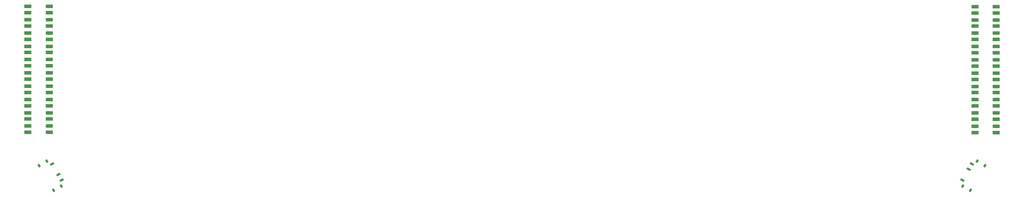
<source format=gtp>
G04 #@! TF.GenerationSoftware,KiCad,Pcbnew,7.0.6*
G04 #@! TF.CreationDate,2023-08-29T20:54:38+02:00*
G04 #@! TF.ProjectId,KoalaKeeb,4b6f616c-614b-4656-9562-2e6b69636164,rev?*
G04 #@! TF.SameCoordinates,Original*
G04 #@! TF.FileFunction,Paste,Top*
G04 #@! TF.FilePolarity,Positive*
%FSLAX46Y46*%
G04 Gerber Fmt 4.6, Leading zero omitted, Abs format (unit mm)*
G04 Created by KiCad (PCBNEW 7.0.6) date 2023-08-29 20:54:38*
%MOMM*%
%LPD*%
G01*
G04 APERTURE LIST*
G04 Aperture macros list*
%AMRoundRect*
0 Rectangle with rounded corners*
0 $1 Rounding radius*
0 $2 $3 $4 $5 $6 $7 $8 $9 X,Y pos of 4 corners*
0 Add a 4 corners polygon primitive as box body*
4,1,4,$2,$3,$4,$5,$6,$7,$8,$9,$2,$3,0*
0 Add four circle primitives for the rounded corners*
1,1,$1+$1,$2,$3*
1,1,$1+$1,$4,$5*
1,1,$1+$1,$6,$7*
1,1,$1+$1,$8,$9*
0 Add four rect primitives between the rounded corners*
20,1,$1+$1,$2,$3,$4,$5,0*
20,1,$1+$1,$4,$5,$6,$7,0*
20,1,$1+$1,$6,$7,$8,$9,0*
20,1,$1+$1,$8,$9,$2,$3,0*%
%AMRotRect*
0 Rectangle, with rotation*
0 The origin of the aperture is its center*
0 $1 length*
0 $2 width*
0 $3 Rotation angle, in degrees counterclockwise*
0 Add horizontal line*
21,1,$1,$2,0,0,$3*%
G04 Aperture macros list end*
%ADD10R,1.700000X0.820000*%
%ADD11RoundRect,0.205000X-0.645000X-0.205000X0.645000X-0.205000X0.645000X0.205000X-0.645000X0.205000X0*%
%ADD12RotRect,0.500000X1.000000X300.000000*%
%ADD13RotRect,0.500000X0.800000X30.000000*%
%ADD14RotRect,0.500000X1.000000X60.000000*%
%ADD15RotRect,0.500000X0.800000X150.000000*%
G04 APERTURE END LIST*
D10*
X43650000Y-70050000D03*
X43650000Y-71550000D03*
X48750000Y-71550000D03*
D11*
X48750000Y-70050000D03*
D10*
X271300000Y-47700000D03*
X271300000Y-49200000D03*
X276400000Y-49200000D03*
D11*
X276400000Y-47700000D03*
D10*
X43650000Y-57250000D03*
X43650000Y-58750000D03*
X48750000Y-58750000D03*
D11*
X48750000Y-57250000D03*
D10*
X43650000Y-54050000D03*
X43650000Y-55550000D03*
X48750000Y-55550000D03*
D11*
X48750000Y-54050000D03*
D10*
X271300000Y-66900000D03*
X271300000Y-68400000D03*
X276400000Y-68400000D03*
D11*
X276400000Y-66900000D03*
D10*
X271300000Y-41300000D03*
X271300000Y-42800000D03*
X276400000Y-42800000D03*
D11*
X276400000Y-41300000D03*
D10*
X271300000Y-54100000D03*
X271300000Y-55600000D03*
X276400000Y-55600000D03*
D11*
X276400000Y-54100000D03*
D10*
X43650000Y-44450000D03*
X43650000Y-45950000D03*
X48750000Y-45950000D03*
D11*
X48750000Y-44450000D03*
D10*
X43650000Y-41250000D03*
X43650000Y-42750000D03*
X48750000Y-42750000D03*
D11*
X48750000Y-41250000D03*
D10*
X271300000Y-60500000D03*
X271300000Y-62000000D03*
X276400000Y-62000000D03*
D11*
X276400000Y-60500000D03*
D10*
X43650000Y-66850000D03*
X43650000Y-68350000D03*
X48750000Y-68350000D03*
D11*
X48750000Y-66850000D03*
D12*
X49477147Y-79126443D03*
X50977147Y-81724519D03*
X51727147Y-83023557D03*
D13*
X51634327Y-84462788D03*
X49815673Y-85512788D03*
X46365673Y-79537212D03*
X48184327Y-78487212D03*
D10*
X43650000Y-63650000D03*
X43650000Y-65150000D03*
X48750000Y-65150000D03*
D11*
X48750000Y-63650000D03*
D14*
X268272853Y-83023557D03*
X269772853Y-80425481D03*
X270522853Y-79126443D03*
D15*
X271815673Y-78487212D03*
X273634327Y-79537212D03*
X270184327Y-85512788D03*
X268365673Y-84462788D03*
D10*
X43650000Y-47650000D03*
X43650000Y-49150000D03*
X48750000Y-49150000D03*
D11*
X48750000Y-47650000D03*
D10*
X271300000Y-57300000D03*
X271300000Y-58800000D03*
X276400000Y-58800000D03*
D11*
X276400000Y-57300000D03*
D10*
X43650000Y-50850000D03*
X43650000Y-52350000D03*
X48750000Y-52350000D03*
D11*
X48750000Y-50850000D03*
D10*
X43650000Y-60450000D03*
X43650000Y-61950000D03*
X48750000Y-61950000D03*
D11*
X48750000Y-60450000D03*
D10*
X271300000Y-44500000D03*
X271300000Y-46000000D03*
X276400000Y-46000000D03*
D11*
X276400000Y-44500000D03*
D10*
X271300000Y-50900000D03*
X271300000Y-52400000D03*
X276400000Y-52400000D03*
D11*
X276400000Y-50900000D03*
D10*
X271300000Y-63700000D03*
X271300000Y-65200000D03*
X276400000Y-65200000D03*
D11*
X276400000Y-63700000D03*
D10*
X271300000Y-70100000D03*
X271300000Y-71600000D03*
X276400000Y-71600000D03*
D11*
X276400000Y-70100000D03*
M02*

</source>
